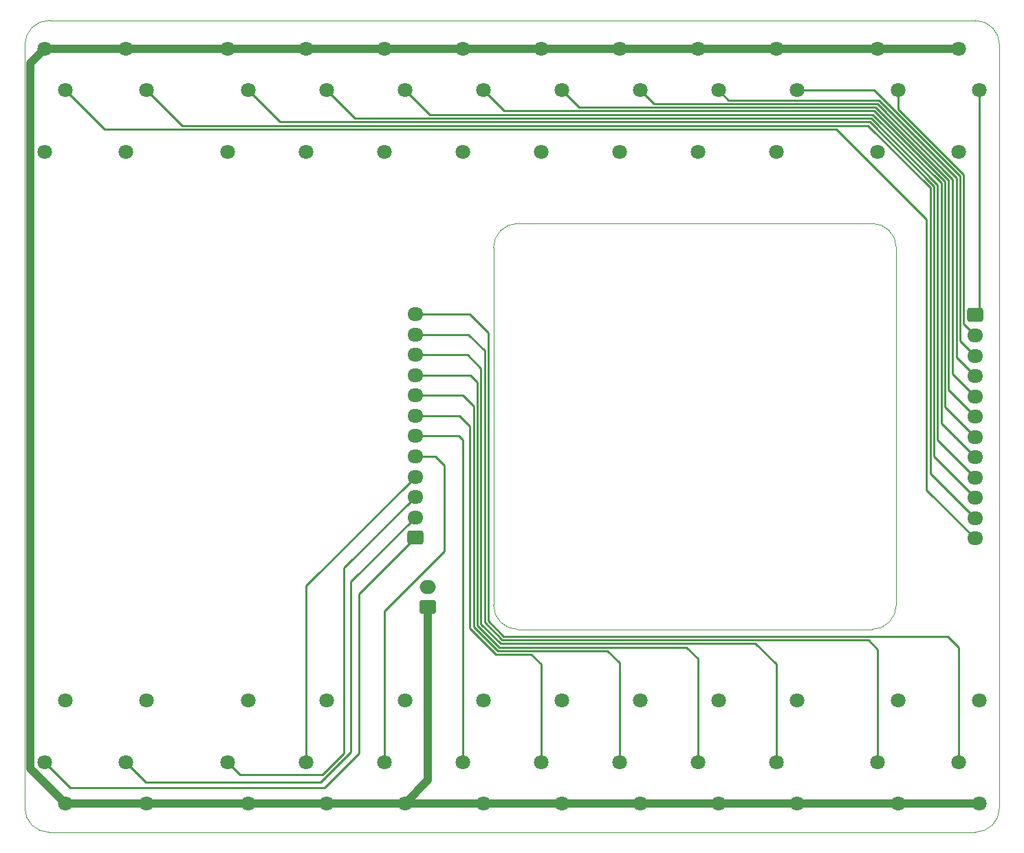
<source format=gbr>
%TF.GenerationSoftware,KiCad,Pcbnew,(6.0.4)*%
%TF.CreationDate,2023-06-02T21:46:19+02:00*%
%TF.ProjectId,LED-Zappelin-V2-ResistorBoard,4c45442d-5a61-4707-9065-6c696e2d5632,rev?*%
%TF.SameCoordinates,Original*%
%TF.FileFunction,Copper,L1,Top*%
%TF.FilePolarity,Positive*%
%FSLAX46Y46*%
G04 Gerber Fmt 4.6, Leading zero omitted, Abs format (unit mm)*
G04 Created by KiCad (PCBNEW (6.0.4)) date 2023-06-02 21:46:19*
%MOMM*%
%LPD*%
G01*
G04 APERTURE LIST*
G04 Aperture macros list*
%AMRoundRect*
0 Rectangle with rounded corners*
0 $1 Rounding radius*
0 $2 $3 $4 $5 $6 $7 $8 $9 X,Y pos of 4 corners*
0 Add a 4 corners polygon primitive as box body*
4,1,4,$2,$3,$4,$5,$6,$7,$8,$9,$2,$3,0*
0 Add four circle primitives for the rounded corners*
1,1,$1+$1,$2,$3*
1,1,$1+$1,$4,$5*
1,1,$1+$1,$6,$7*
1,1,$1+$1,$8,$9*
0 Add four rect primitives between the rounded corners*
20,1,$1+$1,$2,$3,$4,$5,0*
20,1,$1+$1,$4,$5,$6,$7,0*
20,1,$1+$1,$6,$7,$8,$9,0*
20,1,$1+$1,$8,$9,$2,$3,0*%
G04 Aperture macros list end*
%TA.AperFunction,Profile*%
%ADD10C,0.100000*%
%TD*%
%TA.AperFunction,ComponentPad*%
%ADD11C,1.800000*%
%TD*%
%TA.AperFunction,ComponentPad*%
%ADD12RoundRect,0.250000X-0.725000X0.600000X-0.725000X-0.600000X0.725000X-0.600000X0.725000X0.600000X0*%
%TD*%
%TA.AperFunction,ComponentPad*%
%ADD13O,1.950000X1.700000*%
%TD*%
%TA.AperFunction,ComponentPad*%
%ADD14O,2.000000X1.700000*%
%TD*%
%TA.AperFunction,ComponentPad*%
%ADD15RoundRect,0.250000X0.750000X-0.600000X0.750000X0.600000X-0.750000X0.600000X-0.750000X-0.600000X0*%
%TD*%
%TA.AperFunction,ComponentPad*%
%ADD16RoundRect,0.250000X0.725000X-0.600000X0.725000X0.600000X-0.725000X0.600000X-0.725000X-0.600000X0*%
%TD*%
%TA.AperFunction,Conductor*%
%ADD17C,1.000000*%
%TD*%
%TA.AperFunction,Conductor*%
%ADD18C,0.250000*%
%TD*%
G04 APERTURE END LIST*
D10*
X52850000Y-150250000D02*
X166850000Y-150250000D01*
X169850000Y-147250000D02*
X169850000Y-53250000D01*
X154150000Y-125250000D02*
G75*
G03*
X157150000Y-122250000I0J3000000D01*
G01*
X52850000Y-50250000D02*
G75*
G03*
X49850000Y-53250000I0J-3000000D01*
G01*
X169850000Y-53250000D02*
G75*
G03*
X166850000Y-50250000I-3000000J0D01*
G01*
X157150000Y-78250000D02*
G75*
G03*
X154150000Y-75250000I-3000000J0D01*
G01*
X154150000Y-75250000D02*
X110550000Y-75250000D01*
X110550000Y-75250000D02*
G75*
G03*
X107550000Y-78250000I0J-3000000D01*
G01*
X107550000Y-122250000D02*
X107550000Y-78250000D01*
X157150000Y-78250000D02*
X157150000Y-122250000D01*
X49850000Y-147250000D02*
G75*
G03*
X52850000Y-150250000I3000000J0D01*
G01*
X154150000Y-125250000D02*
X110550000Y-125250000D01*
X166850000Y-50250000D02*
X52850000Y-50250000D01*
X107550000Y-122250000D02*
G75*
G03*
X110550000Y-125250000I3000000J0D01*
G01*
X49850000Y-53250000D02*
X49850000Y-147250000D01*
X166850000Y-150250000D02*
G75*
G03*
X169850000Y-147250000I0J3000000D01*
G01*
D11*
%TO.P,RV12,1,1*%
%TO.N,GNDREF*%
X167390000Y-134000000D03*
%TO.P,RV12,2,2*%
%TO.N,Net-(J2-Pad12)*%
X164850000Y-141620000D03*
%TO.P,RV12,3,3*%
%TO.N,Net-(J1-Pad1)*%
X167390000Y-146700000D03*
%TD*%
D12*
%TO.P,J3,1,Pin_1*%
%TO.N,Net-(J3-Pad1)*%
X166850000Y-86550000D03*
D13*
%TO.P,J3,2,Pin_2*%
%TO.N,Net-(J3-Pad2)*%
X166850000Y-89050000D03*
%TO.P,J3,3,Pin_3*%
%TO.N,Net-(J3-Pad3)*%
X166850000Y-91550000D03*
%TO.P,J3,4,Pin_4*%
%TO.N,Net-(J3-Pad4)*%
X166850000Y-94050000D03*
%TO.P,J3,5,Pin_5*%
%TO.N,Net-(J3-Pad5)*%
X166850000Y-96550000D03*
%TO.P,J3,6,Pin_6*%
%TO.N,Net-(J3-Pad6)*%
X166850000Y-99050000D03*
%TO.P,J3,7,Pin_7*%
%TO.N,Net-(J3-Pad7)*%
X166850000Y-101550000D03*
%TO.P,J3,8,Pin_8*%
%TO.N,Net-(J3-Pad8)*%
X166850000Y-104050000D03*
%TO.P,J3,9,Pin_9*%
%TO.N,Net-(J3-Pad9)*%
X166850000Y-106550000D03*
%TO.P,J3,10,Pin_10*%
%TO.N,Net-(J3-Pad10)*%
X166850000Y-109050000D03*
%TO.P,J3,11,Pin_11*%
%TO.N,Net-(J3-Pad11)*%
X166850000Y-111550000D03*
%TO.P,J3,12,Pin_12*%
%TO.N,Net-(J3-Pad12)*%
X166850000Y-114050000D03*
%TD*%
D11*
%TO.P,RV9,1,1*%
%TO.N,GNDREF*%
X135250000Y-134000000D03*
%TO.P,RV9,2,2*%
%TO.N,Net-(J2-Pad9)*%
X132710000Y-141620000D03*
%TO.P,RV9,3,3*%
%TO.N,Net-(J1-Pad1)*%
X135250000Y-146700000D03*
%TD*%
%TO.P,RV3,1,1*%
%TO.N,GNDREF*%
X77350000Y-134000000D03*
%TO.P,RV3,2,2*%
%TO.N,Net-(J2-Pad3)*%
X74810000Y-141620000D03*
%TO.P,RV3,3,3*%
%TO.N,Net-(J1-Pad1)*%
X77350000Y-146700000D03*
%TD*%
%TO.P,RV18,1,1*%
%TO.N,GNDREF*%
X113410000Y-66450000D03*
%TO.P,RV18,2,2*%
%TO.N,Net-(J3-Pad6)*%
X115950000Y-58830000D03*
%TO.P,RV18,3,3*%
%TO.N,Net-(J1-Pad1)*%
X113410000Y-53750000D03*
%TD*%
%TO.P,RV2,1,1*%
%TO.N,GNDREF*%
X64850000Y-134000000D03*
%TO.P,RV2,2,2*%
%TO.N,Net-(J2-Pad2)*%
X62310000Y-141620000D03*
%TO.P,RV2,3,3*%
%TO.N,Net-(J1-Pad1)*%
X64850000Y-146700000D03*
%TD*%
%TO.P,RV11,1,1*%
%TO.N,GNDREF*%
X157390000Y-134000000D03*
%TO.P,RV11,2,2*%
%TO.N,Net-(J2-Pad11)*%
X154850000Y-141620000D03*
%TO.P,RV11,3,3*%
%TO.N,Net-(J1-Pad1)*%
X157390000Y-146700000D03*
%TD*%
D14*
%TO.P,J1,2,Pin_2*%
%TO.N,GNDREF*%
X99500000Y-120000000D03*
D15*
%TO.P,J1,1,Pin_1*%
%TO.N,Net-(J1-Pad1)*%
X99500000Y-122500000D03*
%TD*%
D11*
%TO.P,RV13,1,1*%
%TO.N,GNDREF*%
X164850000Y-66450000D03*
%TO.P,RV13,2,2*%
%TO.N,Net-(J3-Pad1)*%
X167390000Y-58830000D03*
%TO.P,RV13,3,3*%
%TO.N,Net-(J1-Pad1)*%
X164850000Y-53750000D03*
%TD*%
%TO.P,RV15,1,1*%
%TO.N,GNDREF*%
X142360000Y-66450000D03*
%TO.P,RV15,2,2*%
%TO.N,Net-(J3-Pad3)*%
X144900000Y-58830000D03*
%TO.P,RV15,3,3*%
%TO.N,Net-(J1-Pad1)*%
X142360000Y-53750000D03*
%TD*%
%TO.P,RV16,1,1*%
%TO.N,GNDREF*%
X132710000Y-66450000D03*
%TO.P,RV16,2,2*%
%TO.N,Net-(J3-Pad4)*%
X135250000Y-58830000D03*
%TO.P,RV16,3,3*%
%TO.N,Net-(J1-Pad1)*%
X132710000Y-53750000D03*
%TD*%
%TO.P,RV8,1,1*%
%TO.N,GNDREF*%
X125600000Y-134000000D03*
%TO.P,RV8,2,2*%
%TO.N,Net-(J2-Pad8)*%
X123060000Y-141620000D03*
%TO.P,RV8,3,3*%
%TO.N,Net-(J1-Pad1)*%
X125600000Y-146700000D03*
%TD*%
D16*
%TO.P,J2,1,Pin_1*%
%TO.N,Net-(J2-Pad1)*%
X97900000Y-113950000D03*
D13*
%TO.P,J2,2,Pin_2*%
%TO.N,Net-(J2-Pad2)*%
X97900000Y-111450000D03*
%TO.P,J2,3,Pin_3*%
%TO.N,Net-(J2-Pad3)*%
X97900000Y-108950000D03*
%TO.P,J2,4,Pin_4*%
%TO.N,Net-(J2-Pad4)*%
X97900000Y-106450000D03*
%TO.P,J2,5,Pin_5*%
%TO.N,Net-(J2-Pad5)*%
X97900000Y-103950000D03*
%TO.P,J2,6,Pin_6*%
%TO.N,Net-(J2-Pad6)*%
X97900000Y-101450000D03*
%TO.P,J2,7,Pin_7*%
%TO.N,Net-(J2-Pad7)*%
X97900000Y-98950000D03*
%TO.P,J2,8,Pin_8*%
%TO.N,Net-(J2-Pad8)*%
X97900000Y-96450000D03*
%TO.P,J2,9,Pin_9*%
%TO.N,Net-(J2-Pad9)*%
X97900000Y-93950000D03*
%TO.P,J2,10,Pin_10*%
%TO.N,Net-(J2-Pad10)*%
X97900000Y-91450000D03*
%TO.P,J2,11,Pin_11*%
%TO.N,Net-(J2-Pad11)*%
X97900000Y-88950000D03*
%TO.P,J2,12,Pin_12*%
%TO.N,Net-(J2-Pad12)*%
X97900000Y-86450000D03*
%TD*%
D11*
%TO.P,RV20,1,1*%
%TO.N,GNDREF*%
X94110000Y-66450000D03*
%TO.P,RV20,2,2*%
%TO.N,Net-(J3-Pad8)*%
X96650000Y-58830000D03*
%TO.P,RV20,3,3*%
%TO.N,Net-(J1-Pad1)*%
X94110000Y-53750000D03*
%TD*%
%TO.P,RV10,1,1*%
%TO.N,GNDREF*%
X144900000Y-134000000D03*
%TO.P,RV10,2,2*%
%TO.N,Net-(J2-Pad10)*%
X142360000Y-141620000D03*
%TO.P,RV10,3,3*%
%TO.N,Net-(J1-Pad1)*%
X144900000Y-146700000D03*
%TD*%
%TO.P,RV1,1,1*%
%TO.N,GNDREF*%
X54850000Y-134000000D03*
%TO.P,RV1,2,2*%
%TO.N,Net-(J2-Pad1)*%
X52310000Y-141620000D03*
%TO.P,RV1,3,3*%
%TO.N,Net-(J1-Pad1)*%
X54850000Y-146700000D03*
%TD*%
%TO.P,RV22,1,1*%
%TO.N,GNDREF*%
X74810000Y-66450000D03*
%TO.P,RV22,2,2*%
%TO.N,Net-(J3-Pad10)*%
X77350000Y-58830000D03*
%TO.P,RV22,3,3*%
%TO.N,Net-(J1-Pad1)*%
X74810000Y-53750000D03*
%TD*%
%TO.P,RV5,1,1*%
%TO.N,GNDREF*%
X96650000Y-134000000D03*
%TO.P,RV5,2,2*%
%TO.N,Net-(J2-Pad5)*%
X94110000Y-141620000D03*
%TO.P,RV5,3,3*%
%TO.N,Net-(J1-Pad1)*%
X96650000Y-146700000D03*
%TD*%
%TO.P,RV4,1,1*%
%TO.N,GNDREF*%
X87000000Y-134000000D03*
%TO.P,RV4,2,2*%
%TO.N,Net-(J2-Pad4)*%
X84460000Y-141620000D03*
%TO.P,RV4,3,3*%
%TO.N,Net-(J1-Pad1)*%
X87000000Y-146700000D03*
%TD*%
%TO.P,RV21,1,1*%
%TO.N,GNDREF*%
X84460000Y-66450000D03*
%TO.P,RV21,2,2*%
%TO.N,Net-(J3-Pad9)*%
X87000000Y-58830000D03*
%TO.P,RV21,3,3*%
%TO.N,Net-(J1-Pad1)*%
X84460000Y-53750000D03*
%TD*%
%TO.P,RV14,1,1*%
%TO.N,GNDREF*%
X154850000Y-66450000D03*
%TO.P,RV14,2,2*%
%TO.N,Net-(J3-Pad2)*%
X157390000Y-58830000D03*
%TO.P,RV14,3,3*%
%TO.N,Net-(J1-Pad1)*%
X154850000Y-53750000D03*
%TD*%
%TO.P,RV19,1,1*%
%TO.N,GNDREF*%
X103760000Y-66450000D03*
%TO.P,RV19,2,2*%
%TO.N,Net-(J3-Pad7)*%
X106300000Y-58830000D03*
%TO.P,RV19,3,3*%
%TO.N,Net-(J1-Pad1)*%
X103760000Y-53750000D03*
%TD*%
%TO.P,RV24,1,1*%
%TO.N,GNDREF*%
X52310000Y-66450000D03*
%TO.P,RV24,2,2*%
%TO.N,Net-(J3-Pad12)*%
X54850000Y-58830000D03*
%TO.P,RV24,3,3*%
%TO.N,Net-(J1-Pad1)*%
X52310000Y-53750000D03*
%TD*%
%TO.P,RV7,1,1*%
%TO.N,GNDREF*%
X115950000Y-134000000D03*
%TO.P,RV7,2,2*%
%TO.N,Net-(J2-Pad7)*%
X113410000Y-141620000D03*
%TO.P,RV7,3,3*%
%TO.N,Net-(J1-Pad1)*%
X115950000Y-146700000D03*
%TD*%
%TO.P,RV6,1,1*%
%TO.N,GNDREF*%
X106300000Y-134000000D03*
%TO.P,RV6,2,2*%
%TO.N,Net-(J2-Pad6)*%
X103760000Y-141620000D03*
%TO.P,RV6,3,3*%
%TO.N,Net-(J1-Pad1)*%
X106300000Y-146700000D03*
%TD*%
%TO.P,RV23,1,1*%
%TO.N,GNDREF*%
X62310000Y-66450000D03*
%TO.P,RV23,2,2*%
%TO.N,Net-(J3-Pad11)*%
X64850000Y-58830000D03*
%TO.P,RV23,3,3*%
%TO.N,Net-(J1-Pad1)*%
X62310000Y-53750000D03*
%TD*%
%TO.P,RV17,1,1*%
%TO.N,GNDREF*%
X123060000Y-66450000D03*
%TO.P,RV17,2,2*%
%TO.N,Net-(J3-Pad5)*%
X125600000Y-58830000D03*
%TO.P,RV17,3,3*%
%TO.N,Net-(J1-Pad1)*%
X123060000Y-53750000D03*
%TD*%
D17*
%TO.N,Net-(J1-Pad1)*%
X103760000Y-53750000D02*
X113410000Y-53750000D01*
X77350000Y-146700000D02*
X87000000Y-146700000D01*
X50550000Y-55510000D02*
X52310000Y-53750000D01*
X74810000Y-53750000D02*
X84460000Y-53750000D01*
X123060000Y-53750000D02*
X132710000Y-53750000D01*
X94110000Y-53750000D02*
X103760000Y-53750000D01*
X135250000Y-146700000D02*
X144900000Y-146700000D01*
X84460000Y-53750000D02*
X94110000Y-53750000D01*
X106300000Y-146700000D02*
X115950000Y-146700000D01*
X54850000Y-146700000D02*
X50550000Y-142400000D01*
X99500000Y-143850000D02*
X99500000Y-122500000D01*
X115950000Y-146700000D02*
X125600000Y-146700000D01*
X52310000Y-53750000D02*
X62310000Y-53750000D01*
X132710000Y-53750000D02*
X142360000Y-53750000D01*
X157390000Y-146700000D02*
X167390000Y-146700000D01*
X113410000Y-53750000D02*
X123060000Y-53750000D01*
X96650000Y-146700000D02*
X99500000Y-143850000D01*
X64850000Y-146700000D02*
X77350000Y-146700000D01*
X87000000Y-146700000D02*
X96650000Y-146700000D01*
X154850000Y-53750000D02*
X164850000Y-53750000D01*
X144900000Y-146700000D02*
X157390000Y-146700000D01*
X54850000Y-146700000D02*
X64850000Y-146700000D01*
X50550000Y-142400000D02*
X50550000Y-55510000D01*
X125600000Y-146700000D02*
X135250000Y-146700000D01*
X96650000Y-146700000D02*
X106300000Y-146700000D01*
X62310000Y-53750000D02*
X74810000Y-53750000D01*
X142360000Y-53750000D02*
X154850000Y-53750000D01*
D18*
%TO.N,Net-(J2-Pad1)*%
X91000000Y-120850000D02*
X97900000Y-113950000D01*
X86750000Y-144750000D02*
X91000000Y-140500000D01*
X55440000Y-144750000D02*
X86750000Y-144750000D01*
X91000000Y-140500000D02*
X91000000Y-120850000D01*
X52310000Y-141620000D02*
X55440000Y-144750000D01*
%TO.N,Net-(J2-Pad2)*%
X89950000Y-119400000D02*
X97900000Y-111450000D01*
X89950000Y-140335718D02*
X89950000Y-119400000D01*
X86235718Y-144050000D02*
X89950000Y-140335718D01*
X62310000Y-141620000D02*
X64740000Y-144050000D01*
X64740000Y-144050000D02*
X86235718Y-144050000D01*
%TO.N,Net-(J2-Pad3)*%
X74810000Y-141620000D02*
X76340000Y-143150000D01*
X89150000Y-117700000D02*
X97900000Y-108950000D01*
X89150000Y-140500000D02*
X89150000Y-117700000D01*
X76340000Y-143150000D02*
X86500000Y-143150000D01*
X86500000Y-143150000D02*
X89150000Y-140500000D01*
%TO.N,Net-(J2-Pad4)*%
X84460000Y-141620000D02*
X84460000Y-119890000D01*
X84460000Y-119890000D02*
X97900000Y-106450000D01*
%TO.N,Net-(J2-Pad5)*%
X100400000Y-103950000D02*
X101500000Y-105050000D01*
X97900000Y-103950000D02*
X100400000Y-103950000D01*
X101500000Y-115600000D02*
X94110000Y-122990000D01*
X94110000Y-122990000D02*
X94110000Y-141620000D01*
X101500000Y-105050000D02*
X101500000Y-115600000D01*
%TO.N,Net-(J2-Pad6)*%
X103300000Y-101450000D02*
X97900000Y-101450000D01*
X103760000Y-141620000D02*
X103760000Y-101910000D01*
X103760000Y-101910000D02*
X103300000Y-101450000D01*
%TO.N,Net-(J2-Pad7)*%
X112197600Y-128347600D02*
X107869013Y-128347600D01*
X113410000Y-129560000D02*
X112197600Y-128347600D01*
X113410000Y-141620000D02*
X113410000Y-129560000D01*
X107869013Y-128347600D02*
X104652400Y-125130986D01*
X104652400Y-100252400D02*
X103350000Y-98950000D01*
X104652400Y-125130986D02*
X104652400Y-100252400D01*
X103350000Y-98950000D02*
X97900000Y-98950000D01*
%TO.N,Net-(J2-Pad8)*%
X103800000Y-96450000D02*
X105101920Y-97751920D01*
X105101920Y-124944789D02*
X108055210Y-127898080D01*
X97900000Y-96450000D02*
X103800000Y-96450000D01*
X121598080Y-127898080D02*
X123060000Y-129360000D01*
X108055210Y-127898080D02*
X121598080Y-127898080D01*
X105101920Y-97751920D02*
X105101920Y-124944789D01*
X123060000Y-129360000D02*
X123060000Y-141620000D01*
%TO.N,Net-(J2-Pad9)*%
X132710000Y-128860000D02*
X131298560Y-127448560D01*
X131298560Y-127448560D02*
X108241408Y-127448560D01*
X108241408Y-127448560D02*
X105551440Y-124758592D01*
X105551440Y-94801440D02*
X104700000Y-93950000D01*
X104700000Y-93950000D02*
X97900000Y-93950000D01*
X105551440Y-124758592D02*
X105551440Y-94801440D01*
X132710000Y-141620000D02*
X132710000Y-128860000D01*
%TO.N,Net-(J2-Pad10)*%
X97900000Y-91450000D02*
X104350000Y-91450000D01*
X104350000Y-91450000D02*
X106000960Y-93100960D01*
X106000960Y-93100960D02*
X106000960Y-124572395D01*
X108427605Y-126999040D02*
X139799040Y-126999040D01*
X142360000Y-129560000D02*
X142360000Y-141620000D01*
X139799040Y-126999040D02*
X142360000Y-129560000D01*
X106000960Y-124572395D02*
X108427605Y-126999040D01*
%TO.N,Net-(J2-Pad11)*%
X104450000Y-88950000D02*
X97900000Y-88950000D01*
X153699520Y-126549520D02*
X108613803Y-126549520D01*
X106450480Y-124386197D02*
X106450480Y-90950480D01*
X154850000Y-141620000D02*
X154850000Y-127700000D01*
X108613803Y-126549520D02*
X106450480Y-124386197D01*
X154850000Y-127700000D02*
X153699520Y-126549520D01*
X106450480Y-90950480D02*
X104450000Y-88950000D01*
%TO.N,Net-(J2-Pad12)*%
X108800000Y-126100000D02*
X163450000Y-126100000D01*
X106900000Y-124200000D02*
X108800000Y-126100000D01*
X164850000Y-127500000D02*
X164850000Y-141620000D01*
X97900000Y-86450000D02*
X104600000Y-86450000D01*
X106900000Y-88750000D02*
X106900000Y-124200000D01*
X163450000Y-126100000D02*
X164850000Y-127500000D01*
X104600000Y-86450000D02*
X106900000Y-88750000D01*
%TO.N,Net-(J3-Pad1)*%
X167390000Y-86010000D02*
X166850000Y-86550000D01*
X167390000Y-58830000D02*
X167390000Y-86010000D01*
%TO.N,Net-(J3-Pad2)*%
X165450000Y-87650000D02*
X165450000Y-69250000D01*
X165450000Y-69250000D02*
X157390000Y-61190000D01*
X166850000Y-89050000D02*
X165450000Y-87650000D01*
X157390000Y-61190000D02*
X157390000Y-58830000D01*
%TO.N,Net-(J3-Pad3)*%
X144900000Y-58830000D02*
X154394282Y-58830000D01*
X165000480Y-69436198D02*
X165000480Y-89700480D01*
X165000480Y-89700480D02*
X166850000Y-91550000D01*
X154394282Y-58830000D02*
X165000480Y-69436198D01*
%TO.N,Net-(J3-Pad4)*%
X154983076Y-60054511D02*
X164550960Y-69622396D01*
X135250000Y-58830000D02*
X136474511Y-60054511D01*
X164550960Y-69622396D02*
X164550960Y-91036982D01*
X164550960Y-91036982D02*
X164550000Y-91037942D01*
X164550000Y-91750000D02*
X166850000Y-94050000D01*
X164550000Y-91037942D02*
X164550000Y-91750000D01*
X136474511Y-60054511D02*
X154983076Y-60054511D01*
%TO.N,Net-(J3-Pad5)*%
X164100480Y-93800480D02*
X166850000Y-96550000D01*
X164100480Y-84349520D02*
X164100480Y-93800480D01*
X164101440Y-84348560D02*
X164100480Y-84349520D01*
X164101440Y-69808593D02*
X164101440Y-84348560D01*
X127274031Y-60504031D02*
X154796878Y-60504031D01*
X125600000Y-58830000D02*
X127274031Y-60504031D01*
X154796878Y-60504031D02*
X164101440Y-69808593D01*
%TO.N,Net-(J3-Pad6)*%
X163578565Y-69921436D02*
X163578565Y-95778565D01*
X115950000Y-58830000D02*
X118073551Y-60953551D01*
X163578565Y-95778565D02*
X166850000Y-99050000D01*
X118073551Y-60953551D02*
X154610680Y-60953551D01*
X154610680Y-60953551D02*
X163578565Y-69921436D01*
%TO.N,Net-(J3-Pad7)*%
X154424482Y-61403071D02*
X108873071Y-61403071D01*
X163129045Y-97829045D02*
X163129045Y-70107634D01*
X108873071Y-61403071D02*
X106300000Y-58830000D01*
X163129045Y-70107634D02*
X154424482Y-61403071D01*
X166850000Y-101550000D02*
X163129045Y-97829045D01*
%TO.N,Net-(J3-Pad8)*%
X96650000Y-58830000D02*
X99672591Y-61852591D01*
X162679525Y-70293832D02*
X162679525Y-99879525D01*
X162679525Y-99879525D02*
X166850000Y-104050000D01*
X154238284Y-61852591D02*
X162679525Y-70293832D01*
X99672591Y-61852591D02*
X154238284Y-61852591D01*
%TO.N,Net-(J3-Pad9)*%
X90472111Y-62302111D02*
X87000000Y-58830000D01*
X162230005Y-70480030D02*
X154052086Y-62302111D01*
X166850000Y-106550000D02*
X162230005Y-101930005D01*
X154052086Y-62302111D02*
X90472111Y-62302111D01*
X162230005Y-101930005D02*
X162230005Y-70480030D01*
%TO.N,Net-(J3-Pad10)*%
X153865888Y-62751631D02*
X161780485Y-70666228D01*
X81271631Y-62751631D02*
X153865888Y-62751631D01*
X161780485Y-103980485D02*
X166850000Y-109050000D01*
X77350000Y-58830000D02*
X81271631Y-62751631D01*
X161780485Y-70666228D02*
X161780485Y-103980485D01*
%TO.N,Net-(J3-Pad11)*%
X166850000Y-111550000D02*
X161330965Y-106030965D01*
X69221151Y-63201151D02*
X64850000Y-58830000D01*
X153679690Y-63201151D02*
X69221151Y-63201151D01*
X161330965Y-70852426D02*
X153679690Y-63201151D01*
X161330965Y-106030965D02*
X161330965Y-70852426D01*
%TO.N,Net-(J3-Pad12)*%
X160881445Y-108081445D02*
X166850000Y-114050000D01*
X54850000Y-58830000D02*
X59670671Y-63650671D01*
X160881445Y-74781445D02*
X160881445Y-108081445D01*
X59670671Y-63650671D02*
X149750671Y-63650671D01*
X149750671Y-63650671D02*
X160881445Y-74781445D01*
%TD*%
M02*

</source>
